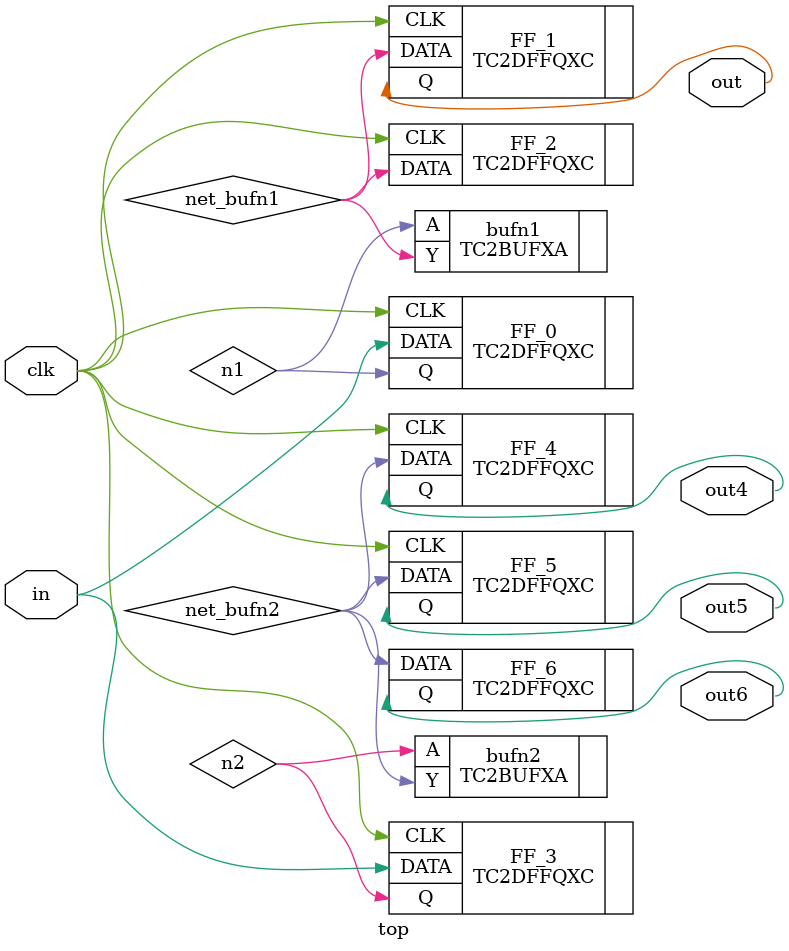
<source format=v>
module top (clk, in, out, out4, out5, out6);
input clk, in;
output out, out4, out5, out6;
TC2DFFQXC FF_0 (.DATA( in), .CLK( clk), .Q( n1));
TC2DFFQXC FF_1 (.DATA( net_bufn1), .CLK( clk), .Q( out));
TC2DFFQXC FF_2 (.DATA( net_bufn1), .CLK( clk));
TC2DFFQXC FF_3 (.DATA( in), .CLK( clk), .Q( n2));
TC2DFFQXC FF_4 (.DATA( net_bufn2), .CLK( clk), .Q( out4));
TC2DFFQXC FF_5 (.DATA( net_bufn2), .CLK( clk), .Q( out5));
TC2DFFQXC FF_6 (.DATA( net_bufn2), .Q( out6));
TC2BUFXA bufn1 (.A( n1), .Y( net_bufn1));
TC2BUFXA bufn2 (.A( n2), .Y( net_bufn2));
endmodule

</source>
